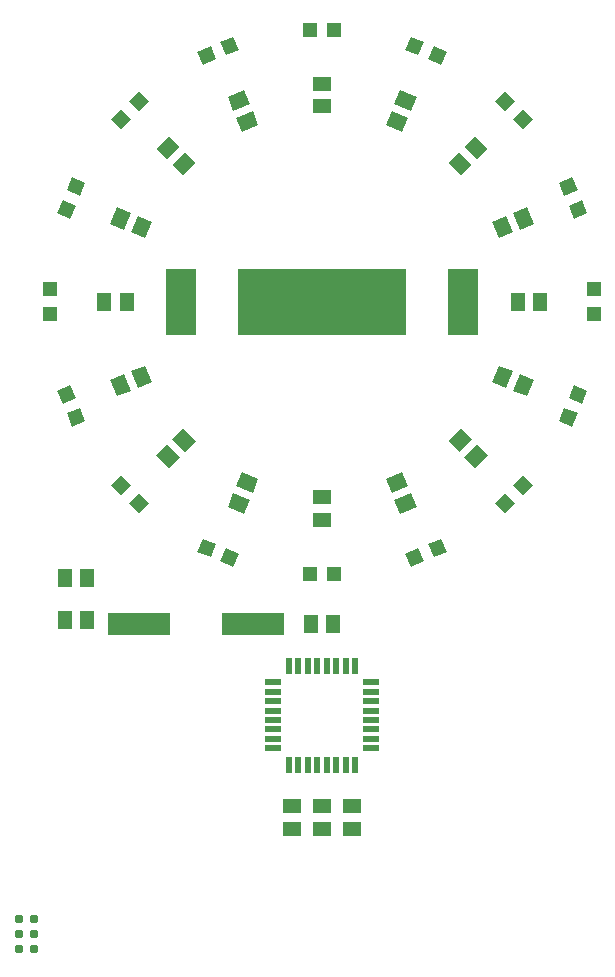
<source format=gtp>
G04 EAGLE Gerber RS-274X export*
G75*
%MOMM*%
%FSLAX34Y34*%
%LPD*%
%INSolderpaste Top*%
%IPPOS*%
%AMOC8*
5,1,8,0,0,1.08239X$1,22.5*%
G01*
%ADD10R,0.550000X1.470000*%
%ADD11R,1.470000X0.550000*%
%ADD12R,2.600000X5.560000*%
%ADD13R,14.320000X5.560000*%
%ADD14R,1.300000X1.500000*%
%ADD15R,1.500000X1.300000*%
%ADD16C,0.787400*%
%ADD17R,1.200000X1.200000*%
%ADD18R,1.200000X1.200000*%
%ADD19R,5.334000X1.930400*%


D10*
X328000Y341700D03*
X320000Y341700D03*
X312000Y341700D03*
X304000Y341700D03*
X296000Y341700D03*
X288000Y341700D03*
X280000Y341700D03*
X272000Y341700D03*
D11*
X258300Y328000D03*
X258300Y320000D03*
X258300Y312000D03*
X258300Y304000D03*
X258300Y296000D03*
X258300Y288000D03*
X258300Y280000D03*
X258300Y272000D03*
D10*
X272000Y258300D03*
X280000Y258300D03*
X288000Y258300D03*
X296000Y258300D03*
X304000Y258300D03*
X312000Y258300D03*
X320000Y258300D03*
X328000Y258300D03*
D11*
X341700Y272000D03*
X341700Y280000D03*
X341700Y288000D03*
X341700Y296000D03*
X341700Y304000D03*
X341700Y312000D03*
X341700Y320000D03*
X341700Y328000D03*
D12*
X180950Y650000D03*
X419050Y650000D03*
D13*
X300000Y650000D03*
D14*
X309500Y377460D03*
X290500Y377460D03*
D15*
X325120Y203860D03*
X325120Y222860D03*
D16*
X56350Y127450D03*
X43650Y127450D03*
X56350Y114750D03*
X43650Y114750D03*
X56350Y102050D03*
X43650Y102050D03*
D17*
X310500Y880000D03*
X289500Y880000D03*
D15*
X300000Y834500D03*
X300000Y815500D03*
D18*
G36*
X218437Y858671D02*
X213845Y869757D01*
X224931Y874349D01*
X229523Y863263D01*
X218437Y858671D01*
G37*
G36*
X199035Y850635D02*
X194443Y861721D01*
X205529Y866313D01*
X210121Y855227D01*
X199035Y850635D01*
G37*
D14*
G36*
X224954Y811581D02*
X219979Y823591D01*
X233836Y829331D01*
X238811Y817321D01*
X224954Y811581D01*
G37*
G36*
X232225Y794027D02*
X227250Y806037D01*
X241107Y811777D01*
X246082Y799767D01*
X232225Y794027D01*
G37*
D18*
G36*
X144790Y811574D02*
X136305Y820059D01*
X144790Y828544D01*
X153275Y820059D01*
X144790Y811574D01*
G37*
G36*
X129941Y796725D02*
X121456Y805210D01*
X129941Y813695D01*
X138426Y805210D01*
X129941Y796725D01*
G37*
D14*
G36*
X168832Y770562D02*
X159640Y779754D01*
X170246Y790360D01*
X179438Y781168D01*
X168832Y770562D01*
G37*
G36*
X182267Y757127D02*
X173075Y766319D01*
X183681Y776925D01*
X192873Y767733D01*
X182267Y757127D01*
G37*
D18*
G36*
X94773Y739879D02*
X83687Y744471D01*
X88279Y755557D01*
X99365Y750965D01*
X94773Y739879D01*
G37*
G36*
X86737Y720477D02*
X75651Y725069D01*
X80243Y736155D01*
X91329Y731563D01*
X86737Y720477D01*
G37*
D14*
G36*
X132679Y711189D02*
X120669Y716164D01*
X126409Y730021D01*
X138419Y725046D01*
X132679Y711189D01*
G37*
G36*
X150233Y703918D02*
X138223Y708893D01*
X143963Y722750D01*
X155973Y717775D01*
X150233Y703918D01*
G37*
D17*
X70000Y660500D03*
X70000Y639500D03*
D14*
X115500Y650000D03*
X134500Y650000D03*
D18*
G36*
X386155Y869757D02*
X381563Y858671D01*
X370477Y863263D01*
X375069Y874349D01*
X386155Y869757D01*
G37*
G36*
X405557Y861721D02*
X400965Y850635D01*
X389879Y855227D01*
X394471Y866313D01*
X405557Y861721D01*
G37*
D14*
G36*
X372750Y806037D02*
X367775Y794027D01*
X353918Y799767D01*
X358893Y811777D01*
X372750Y806037D01*
G37*
G36*
X380021Y823591D02*
X375046Y811581D01*
X361189Y817321D01*
X366164Y829331D01*
X380021Y823591D01*
G37*
D18*
G36*
X463695Y820059D02*
X455210Y811574D01*
X446725Y820059D01*
X455210Y828544D01*
X463695Y820059D01*
G37*
G36*
X478544Y805210D02*
X470059Y796725D01*
X461574Y805210D01*
X470059Y813695D01*
X478544Y805210D01*
G37*
D14*
G36*
X426925Y766319D02*
X417733Y757127D01*
X407127Y767733D01*
X416319Y776925D01*
X426925Y766319D01*
G37*
G36*
X440360Y779754D02*
X431168Y770562D01*
X420562Y781168D01*
X429754Y790360D01*
X440360Y779754D01*
G37*
D18*
G36*
X516313Y744471D02*
X505227Y739879D01*
X500635Y750965D01*
X511721Y755557D01*
X516313Y744471D01*
G37*
G36*
X524349Y725069D02*
X513263Y720477D01*
X508671Y731563D01*
X519757Y736155D01*
X524349Y725069D01*
G37*
D14*
G36*
X461777Y708893D02*
X449767Y703918D01*
X444027Y717775D01*
X456037Y722750D01*
X461777Y708893D01*
G37*
G36*
X479331Y716164D02*
X467321Y711189D01*
X461581Y725046D01*
X473591Y730021D01*
X479331Y716164D01*
G37*
X465500Y650000D03*
X484500Y650000D03*
D17*
X530000Y660500D03*
X530000Y639500D03*
D18*
G36*
X519757Y563845D02*
X508671Y568437D01*
X513263Y579523D01*
X524349Y574931D01*
X519757Y563845D01*
G37*
G36*
X511721Y544443D02*
X500635Y549035D01*
X505227Y560121D01*
X516313Y555529D01*
X511721Y544443D01*
G37*
D14*
G36*
X456037Y577250D02*
X444027Y582225D01*
X449767Y596082D01*
X461777Y591107D01*
X456037Y577250D01*
G37*
G36*
X473591Y569979D02*
X461581Y574954D01*
X467321Y588811D01*
X479331Y583836D01*
X473591Y569979D01*
G37*
D18*
G36*
X470059Y486305D02*
X461574Y494790D01*
X470059Y503275D01*
X478544Y494790D01*
X470059Y486305D01*
G37*
G36*
X455210Y471456D02*
X446725Y479941D01*
X455210Y488426D01*
X463695Y479941D01*
X455210Y471456D01*
G37*
D14*
G36*
X416319Y523075D02*
X407127Y532267D01*
X417733Y542873D01*
X426925Y533681D01*
X416319Y523075D01*
G37*
G36*
X429754Y509640D02*
X420562Y518832D01*
X431168Y529438D01*
X440360Y520246D01*
X429754Y509640D01*
G37*
D18*
G36*
X394471Y433687D02*
X389879Y444773D01*
X400965Y449365D01*
X405557Y438279D01*
X394471Y433687D01*
G37*
G36*
X375069Y425651D02*
X370477Y436737D01*
X381563Y441329D01*
X386155Y430243D01*
X375069Y425651D01*
G37*
D14*
G36*
X358893Y488223D02*
X353918Y500233D01*
X367775Y505973D01*
X372750Y493963D01*
X358893Y488223D01*
G37*
G36*
X366164Y470669D02*
X361189Y482679D01*
X375046Y488419D01*
X380021Y476409D01*
X366164Y470669D01*
G37*
D18*
G36*
X91329Y568437D02*
X80243Y563845D01*
X75651Y574931D01*
X86737Y579523D01*
X91329Y568437D01*
G37*
G36*
X99365Y549035D02*
X88279Y544443D01*
X83687Y555529D01*
X94773Y560121D01*
X99365Y549035D01*
G37*
D14*
G36*
X138419Y574954D02*
X126409Y569979D01*
X120669Y583836D01*
X132679Y588811D01*
X138419Y574954D01*
G37*
G36*
X155973Y582225D02*
X143963Y577250D01*
X138223Y591107D01*
X150233Y596082D01*
X155973Y582225D01*
G37*
D18*
G36*
X138426Y494790D02*
X129941Y486305D01*
X121456Y494790D01*
X129941Y503275D01*
X138426Y494790D01*
G37*
G36*
X153275Y479941D02*
X144790Y471456D01*
X136305Y479941D01*
X144790Y488426D01*
X153275Y479941D01*
G37*
D14*
G36*
X179438Y518832D02*
X170246Y509640D01*
X159640Y520246D01*
X168832Y529438D01*
X179438Y518832D01*
G37*
G36*
X192873Y532267D02*
X183681Y523075D01*
X173075Y533681D01*
X182267Y542873D01*
X192873Y532267D01*
G37*
D18*
G36*
X210121Y444773D02*
X205529Y433687D01*
X194443Y438279D01*
X199035Y449365D01*
X210121Y444773D01*
G37*
G36*
X229523Y436737D02*
X224931Y425651D01*
X213845Y430243D01*
X218437Y441329D01*
X229523Y436737D01*
G37*
D14*
G36*
X238811Y482679D02*
X233836Y470669D01*
X219979Y476409D01*
X224954Y488419D01*
X238811Y482679D01*
G37*
G36*
X246082Y500233D02*
X241107Y488223D01*
X227250Y493963D01*
X232225Y505973D01*
X246082Y500233D01*
G37*
D17*
X289500Y420000D03*
X310500Y420000D03*
D15*
X300000Y484500D03*
X300000Y465500D03*
D14*
X100940Y416560D03*
X81940Y416560D03*
X100940Y381000D03*
X81940Y381000D03*
D15*
X274320Y222860D03*
X274320Y203860D03*
X299720Y222860D03*
X299720Y203860D03*
D19*
X144780Y377460D03*
X241300Y377460D03*
M02*

</source>
